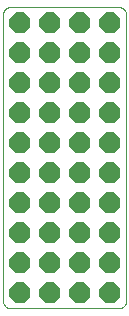
<source format=gbl>
G75*
%MOIN*%
%OFA0B0*%
%FSLAX25Y25*%
%IPPOS*%
%LPD*%
%AMOC8*
5,1,8,0,0,1.08239X$1,22.5*
%
%ADD10C,0.00000*%
%ADD11OC8,0.07000*%
D10*
X0003756Y0028933D02*
X0039756Y0028933D01*
X0039854Y0028935D01*
X0039952Y0028941D01*
X0040050Y0028950D01*
X0040147Y0028964D01*
X0040244Y0028981D01*
X0040340Y0029002D01*
X0040435Y0029027D01*
X0040529Y0029055D01*
X0040621Y0029088D01*
X0040713Y0029123D01*
X0040803Y0029163D01*
X0040891Y0029205D01*
X0040978Y0029252D01*
X0041062Y0029301D01*
X0041145Y0029354D01*
X0041225Y0029410D01*
X0041304Y0029470D01*
X0041380Y0029532D01*
X0041453Y0029597D01*
X0041524Y0029665D01*
X0041592Y0029736D01*
X0041657Y0029809D01*
X0041719Y0029885D01*
X0041779Y0029964D01*
X0041835Y0030044D01*
X0041888Y0030127D01*
X0041937Y0030211D01*
X0041984Y0030298D01*
X0042026Y0030386D01*
X0042066Y0030476D01*
X0042101Y0030568D01*
X0042134Y0030660D01*
X0042162Y0030754D01*
X0042187Y0030849D01*
X0042208Y0030945D01*
X0042225Y0031042D01*
X0042239Y0031139D01*
X0042248Y0031237D01*
X0042254Y0031335D01*
X0042256Y0031433D01*
X0042256Y0126884D01*
X0042254Y0126984D01*
X0042248Y0127084D01*
X0042238Y0127184D01*
X0042225Y0127283D01*
X0042207Y0127381D01*
X0042186Y0127479D01*
X0042160Y0127576D01*
X0042131Y0127672D01*
X0042098Y0127767D01*
X0042062Y0127860D01*
X0042022Y0127952D01*
X0041978Y0128042D01*
X0041931Y0128130D01*
X0041880Y0128216D01*
X0041826Y0128301D01*
X0041769Y0128383D01*
X0041709Y0128463D01*
X0041645Y0128540D01*
X0041579Y0128615D01*
X0041509Y0128687D01*
X0041437Y0128757D01*
X0041362Y0128823D01*
X0041285Y0128887D01*
X0041205Y0128947D01*
X0041123Y0129004D01*
X0041038Y0129058D01*
X0040952Y0129109D01*
X0040864Y0129156D01*
X0040774Y0129200D01*
X0040682Y0129240D01*
X0040589Y0129276D01*
X0040494Y0129309D01*
X0040398Y0129338D01*
X0040301Y0129364D01*
X0040203Y0129385D01*
X0040105Y0129403D01*
X0040006Y0129416D01*
X0039906Y0129426D01*
X0039806Y0129432D01*
X0039706Y0129434D01*
X0039706Y0129433D02*
X0003805Y0129433D01*
X0003805Y0129434D02*
X0003705Y0129432D01*
X0003605Y0129426D01*
X0003505Y0129416D01*
X0003406Y0129403D01*
X0003308Y0129385D01*
X0003210Y0129364D01*
X0003113Y0129338D01*
X0003017Y0129309D01*
X0002922Y0129276D01*
X0002829Y0129240D01*
X0002737Y0129200D01*
X0002647Y0129156D01*
X0002559Y0129109D01*
X0002473Y0129058D01*
X0002388Y0129004D01*
X0002306Y0128947D01*
X0002226Y0128887D01*
X0002149Y0128823D01*
X0002074Y0128757D01*
X0002002Y0128687D01*
X0001932Y0128615D01*
X0001866Y0128540D01*
X0001802Y0128463D01*
X0001742Y0128383D01*
X0001685Y0128301D01*
X0001631Y0128216D01*
X0001580Y0128130D01*
X0001533Y0128042D01*
X0001489Y0127952D01*
X0001449Y0127860D01*
X0001413Y0127767D01*
X0001380Y0127672D01*
X0001351Y0127576D01*
X0001325Y0127479D01*
X0001304Y0127381D01*
X0001286Y0127283D01*
X0001273Y0127184D01*
X0001263Y0127084D01*
X0001257Y0126984D01*
X0001255Y0126884D01*
X0001256Y0126884D02*
X0001256Y0031433D01*
X0001258Y0031335D01*
X0001264Y0031237D01*
X0001273Y0031139D01*
X0001287Y0031042D01*
X0001304Y0030945D01*
X0001325Y0030849D01*
X0001350Y0030754D01*
X0001378Y0030660D01*
X0001411Y0030568D01*
X0001446Y0030476D01*
X0001486Y0030386D01*
X0001528Y0030298D01*
X0001575Y0030211D01*
X0001624Y0030127D01*
X0001677Y0030044D01*
X0001733Y0029964D01*
X0001793Y0029885D01*
X0001855Y0029809D01*
X0001920Y0029736D01*
X0001988Y0029665D01*
X0002059Y0029597D01*
X0002132Y0029532D01*
X0002208Y0029470D01*
X0002287Y0029410D01*
X0002367Y0029354D01*
X0002450Y0029301D01*
X0002534Y0029252D01*
X0002621Y0029205D01*
X0002709Y0029163D01*
X0002799Y0029123D01*
X0002891Y0029088D01*
X0002983Y0029055D01*
X0003077Y0029027D01*
X0003172Y0029002D01*
X0003268Y0028981D01*
X0003365Y0028964D01*
X0003462Y0028950D01*
X0003560Y0028941D01*
X0003658Y0028935D01*
X0003756Y0028933D01*
D11*
X0006756Y0034183D03*
X0006756Y0044183D03*
X0006756Y0054183D03*
X0006756Y0064183D03*
X0006756Y0074183D03*
X0006756Y0084183D03*
X0006756Y0094183D03*
X0006756Y0104183D03*
X0006756Y0114183D03*
X0006756Y0124183D03*
X0016756Y0124183D03*
X0016756Y0114183D03*
X0016756Y0104183D03*
X0016756Y0094183D03*
X0016756Y0084183D03*
X0016756Y0074183D03*
X0016756Y0064183D03*
X0016756Y0054183D03*
X0016756Y0044183D03*
X0016756Y0034183D03*
X0026756Y0034183D03*
X0026756Y0044183D03*
X0026756Y0054183D03*
X0026756Y0064183D03*
X0026756Y0074183D03*
X0026756Y0084183D03*
X0026756Y0094183D03*
X0026756Y0104183D03*
X0026756Y0114183D03*
X0026756Y0124183D03*
X0036756Y0124183D03*
X0036756Y0114183D03*
X0036756Y0104183D03*
X0036756Y0094183D03*
X0036756Y0084183D03*
X0036756Y0074183D03*
X0036756Y0064183D03*
X0036756Y0054183D03*
X0036756Y0044183D03*
X0036756Y0034183D03*
M02*

</source>
